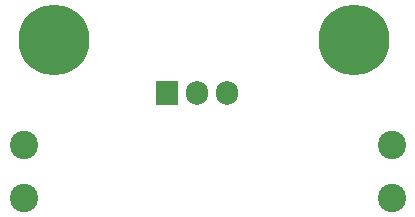
<source format=gbl>
G04 #@! TF.GenerationSoftware,KiCad,Pcbnew,(5.0.0)*
G04 #@! TF.CreationDate,2019-06-11T23:30:22+02:00*
G04 #@! TF.ProjectId,5v-step-down,35762D737465702D646F776E2E6B6963,rev?*
G04 #@! TF.SameCoordinates,Original*
G04 #@! TF.FileFunction,Copper,L2,Bot,Signal*
G04 #@! TF.FilePolarity,Positive*
%FSLAX46Y46*%
G04 Gerber Fmt 4.6, Leading zero omitted, Abs format (unit mm)*
G04 Created by KiCad (PCBNEW (5.0.0)) date 06/11/19 23:30:22*
%MOMM*%
%LPD*%
G01*
G04 APERTURE LIST*
G04 #@! TA.AperFunction,ComponentPad*
%ADD10C,6.000000*%
G04 #@! TD*
G04 #@! TA.AperFunction,ComponentPad*
%ADD11C,2.400000*%
G04 #@! TD*
G04 #@! TA.AperFunction,ComponentPad*
%ADD12O,1.905000X2.000000*%
G04 #@! TD*
G04 #@! TA.AperFunction,ComponentPad*
%ADD13R,1.905000X2.000000*%
G04 #@! TD*
G04 APERTURE END LIST*
D10*
G04 #@! TO.P,Heatsink,1*
G04 #@! TO.N,N/C*
X94615000Y-67310000D03*
X120015000Y-67310000D03*
G04 #@! TD*
D11*
G04 #@! TO.P, ,1*
G04 #@! TO.N,N/C*
X92075000Y-76200000D03*
G04 #@! TD*
G04 #@! TO.P, ,1*
G04 #@! TO.N,N/C*
X92075000Y-80645000D03*
G04 #@! TD*
G04 #@! TO.P, ,1*
G04 #@! TO.N,N/C*
X123190000Y-80645000D03*
G04 #@! TD*
D12*
G04 #@! TO.P,L78S05CV,3*
G04 #@! TO.N,N/C*
X109220000Y-71755000D03*
G04 #@! TO.P,L78S05CV,2*
X106680000Y-71755000D03*
D13*
G04 #@! TO.P,L78S05CV,1*
X104140000Y-71755000D03*
G04 #@! TD*
D11*
G04 #@! TO.P, ,1*
G04 #@! TO.N,N/C*
X123190000Y-76200000D03*
G04 #@! TD*
M02*

</source>
